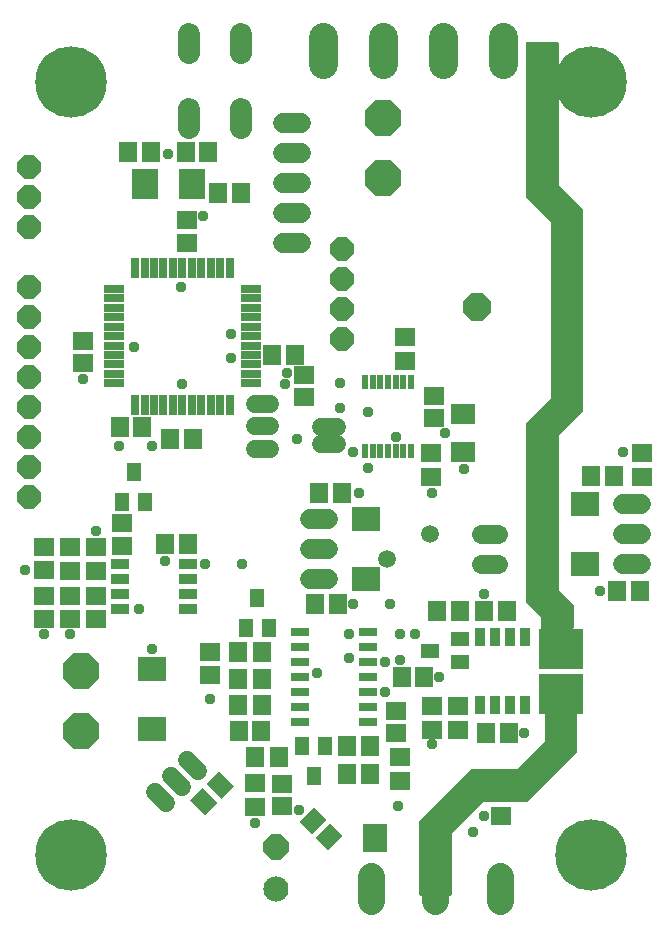
<source format=gbr>
G04 EAGLE Gerber X2 export*
%TF.Part,Single*%
%TF.FileFunction,Soldermask,Top,1*%
%TF.FilePolarity,Negative*%
%TF.GenerationSoftware,Autodesk,EAGLE,8.6.3*%
%TF.CreationDate,2019-07-12T15:56:27Z*%
G75*
%MOMM*%
%FSLAX34Y34*%
%LPD*%
%AMOC8*
5,1,8,0,0,1.08239X$1,22.5*%
G01*
%ADD10P,3.250634X8X22.500000*%
%ADD11C,2.451100*%
%ADD12C,2.387600*%
%ADD13P,2.584314X8X292.500000*%
%ADD14P,2.309387X8X112.500000*%
%ADD15C,2.133600*%
%ADD16R,1.503200X1.703200*%
%ADD17R,1.703200X1.503200*%
%ADD18C,1.511200*%
%ADD19R,2.006200X1.803200*%
%ADD20C,1.625600*%
%ADD21R,2.403200X2.003200*%
%ADD22R,1.603200X1.203200*%
%ADD23R,2.003200X2.403200*%
%ADD24R,1.203200X1.603200*%
%ADD25C,1.727200*%
%ADD26R,0.838200X1.625600*%
%ADD27R,0.508000X1.193800*%
%ADD28R,1.625600X0.838200*%
%ADD29R,2.203200X2.603200*%
%ADD30R,1.503200X1.803200*%
%ADD31R,1.803200X1.503200*%
%ADD32R,3.803200X3.453200*%
%ADD33C,2.298700*%
%ADD34C,1.879600*%
%ADD35R,0.703200X1.703200*%
%ADD36R,1.703200X0.703200*%
%ADD37R,1.603200X0.803200*%
%ADD38P,2.144431X8X202.500000*%
%ADD39C,6.045200*%
%ADD40C,0.959600*%
%ADD41C,1.503200*%

G36*
X484245Y251405D02*
X484245Y251405D01*
X484304Y251404D01*
X484385Y251425D01*
X484469Y251437D01*
X484522Y251461D01*
X484579Y251476D01*
X484651Y251519D01*
X484728Y251553D01*
X484773Y251591D01*
X484823Y251621D01*
X484881Y251683D01*
X484945Y251737D01*
X484978Y251786D01*
X485018Y251828D01*
X485056Y251903D01*
X485103Y251974D01*
X485121Y252029D01*
X485147Y252081D01*
X485159Y252149D01*
X485189Y252245D01*
X485191Y252344D01*
X485203Y252413D01*
X485203Y271463D01*
X485191Y271549D01*
X485188Y271637D01*
X485171Y271689D01*
X485163Y271744D01*
X485127Y271824D01*
X485100Y271907D01*
X485072Y271946D01*
X485047Y272003D01*
X484951Y272117D01*
X484905Y272180D01*
X472503Y284583D01*
X472503Y415505D01*
X492843Y435845D01*
X492895Y435914D01*
X492955Y435978D01*
X492981Y436028D01*
X493014Y436072D01*
X493045Y436154D01*
X493085Y436231D01*
X493093Y436279D01*
X493115Y436337D01*
X493127Y436485D01*
X493140Y436563D01*
X493140Y606425D01*
X493128Y606512D01*
X493125Y606599D01*
X493108Y606652D01*
X493100Y606707D01*
X493065Y606786D01*
X493038Y606870D01*
X493010Y606909D01*
X492984Y606966D01*
X492888Y607079D01*
X492843Y607143D01*
X472503Y627483D01*
X472503Y747713D01*
X472495Y747770D01*
X472496Y747829D01*
X472475Y747910D01*
X472463Y747994D01*
X472439Y748047D01*
X472424Y748104D01*
X472381Y748176D01*
X472347Y748253D01*
X472309Y748298D01*
X472279Y748348D01*
X472217Y748406D01*
X472163Y748470D01*
X472114Y748503D01*
X472072Y748543D01*
X471997Y748581D01*
X471926Y748628D01*
X471871Y748646D01*
X471819Y748672D01*
X471751Y748684D01*
X471655Y748714D01*
X471556Y748716D01*
X471488Y748728D01*
X446088Y748728D01*
X446030Y748720D01*
X445971Y748721D01*
X445890Y748700D01*
X445806Y748688D01*
X445753Y748664D01*
X445696Y748649D01*
X445624Y748606D01*
X445547Y748572D01*
X445502Y748534D01*
X445452Y748504D01*
X445394Y748442D01*
X445330Y748388D01*
X445297Y748339D01*
X445257Y748297D01*
X445219Y748222D01*
X445172Y748151D01*
X445154Y748096D01*
X445128Y748044D01*
X445116Y747976D01*
X445086Y747880D01*
X445084Y747781D01*
X445072Y747713D01*
X445072Y617538D01*
X445085Y617451D01*
X445087Y617363D01*
X445104Y617311D01*
X445112Y617256D01*
X445148Y617176D01*
X445175Y617093D01*
X445203Y617054D01*
X445228Y616997D01*
X445324Y616883D01*
X445370Y616820D01*
X465710Y596480D01*
X465710Y446508D01*
X445370Y426168D01*
X445317Y426098D01*
X445257Y426034D01*
X445232Y425985D01*
X445199Y425941D01*
X445168Y425859D01*
X445128Y425781D01*
X445120Y425734D01*
X445098Y425675D01*
X445085Y425527D01*
X445072Y425450D01*
X445072Y274638D01*
X445085Y274551D01*
X445087Y274463D01*
X445104Y274411D01*
X445112Y274356D01*
X445148Y274276D01*
X445175Y274193D01*
X445203Y274154D01*
X445228Y274097D01*
X445324Y273983D01*
X445370Y273920D01*
X457772Y261517D01*
X457772Y252413D01*
X457780Y252355D01*
X457779Y252296D01*
X457800Y252215D01*
X457812Y252131D01*
X457836Y252078D01*
X457851Y252021D01*
X457894Y251949D01*
X457928Y251872D01*
X457966Y251827D01*
X457996Y251777D01*
X458058Y251719D01*
X458112Y251655D01*
X458161Y251622D01*
X458203Y251582D01*
X458278Y251544D01*
X458349Y251497D01*
X458404Y251479D01*
X458456Y251453D01*
X458524Y251441D01*
X458620Y251411D01*
X458719Y251409D01*
X458788Y251397D01*
X484188Y251397D01*
X484245Y251405D01*
G37*
G36*
X381058Y25980D02*
X381058Y25980D01*
X381116Y25979D01*
X381198Y26000D01*
X381282Y26012D01*
X381335Y26036D01*
X381391Y26051D01*
X381464Y26094D01*
X381541Y26128D01*
X381586Y26166D01*
X381636Y26196D01*
X381694Y26258D01*
X381758Y26312D01*
X381790Y26361D01*
X381830Y26403D01*
X381869Y26478D01*
X381916Y26549D01*
X381933Y26604D01*
X381960Y26656D01*
X381971Y26724D01*
X382001Y26820D01*
X382004Y26919D01*
X382015Y26988D01*
X382015Y78955D01*
X408408Y105347D01*
X446088Y105347D01*
X446174Y105360D01*
X446262Y105362D01*
X446314Y105379D01*
X446369Y105387D01*
X446449Y105423D01*
X446532Y105450D01*
X446571Y105478D01*
X446628Y105503D01*
X446742Y105599D01*
X446805Y105645D01*
X488080Y146920D01*
X488133Y146989D01*
X488193Y147053D01*
X488218Y147103D01*
X488251Y147147D01*
X488282Y147229D01*
X488322Y147306D01*
X488330Y147354D01*
X488353Y147412D01*
X488365Y147560D01*
X488378Y147638D01*
X488378Y179388D01*
X488370Y179445D01*
X488371Y179504D01*
X488350Y179585D01*
X488338Y179669D01*
X488314Y179722D01*
X488299Y179779D01*
X488256Y179851D01*
X488222Y179928D01*
X488184Y179973D01*
X488154Y180023D01*
X488092Y180081D01*
X488038Y180145D01*
X487989Y180178D01*
X487947Y180218D01*
X487872Y180256D01*
X487801Y180303D01*
X487746Y180321D01*
X487694Y180347D01*
X487626Y180359D01*
X487530Y180389D01*
X487431Y180391D01*
X487363Y180403D01*
X461963Y180403D01*
X461905Y180395D01*
X461846Y180396D01*
X461765Y180375D01*
X461681Y180363D01*
X461628Y180339D01*
X461571Y180324D01*
X461499Y180281D01*
X461422Y180247D01*
X461377Y180209D01*
X461327Y180179D01*
X461269Y180117D01*
X461205Y180063D01*
X461172Y180014D01*
X461132Y179972D01*
X461094Y179897D01*
X461047Y179826D01*
X461029Y179771D01*
X461003Y179719D01*
X460991Y179651D01*
X460961Y179555D01*
X460959Y179456D01*
X460947Y179388D01*
X460947Y155996D01*
X437730Y132778D01*
X398463Y132778D01*
X398376Y132766D01*
X398288Y132763D01*
X398236Y132746D01*
X398181Y132738D01*
X398101Y132702D01*
X398018Y132675D01*
X397979Y132647D01*
X397922Y132622D01*
X397808Y132526D01*
X397745Y132480D01*
X354882Y89618D01*
X354870Y89602D01*
X354860Y89593D01*
X354831Y89550D01*
X354830Y89548D01*
X354770Y89484D01*
X354744Y89435D01*
X354711Y89391D01*
X354680Y89309D01*
X354640Y89231D01*
X354632Y89184D01*
X354610Y89125D01*
X354598Y88977D01*
X354585Y88900D01*
X354585Y26988D01*
X354593Y26930D01*
X354591Y26871D01*
X354613Y26790D01*
X354625Y26706D01*
X354649Y26653D01*
X354663Y26596D01*
X354706Y26524D01*
X354741Y26447D01*
X354779Y26402D01*
X354809Y26352D01*
X354870Y26294D01*
X354925Y26230D01*
X354973Y26197D01*
X355016Y26157D01*
X355091Y26119D01*
X355161Y26072D01*
X355217Y26054D01*
X355269Y26028D01*
X355337Y26016D01*
X355432Y25986D01*
X355532Y25984D01*
X355600Y25972D01*
X381000Y25972D01*
X381058Y25980D01*
G37*
D10*
X323850Y684213D03*
X323850Y633413D03*
D11*
X273050Y730123D02*
X273050Y752602D01*
X323850Y752602D02*
X323850Y730123D01*
X374650Y730123D02*
X374650Y752602D01*
X425450Y752602D02*
X425450Y730123D01*
D12*
X479425Y523875D03*
D13*
X403225Y523875D03*
D14*
X233363Y66993D03*
D15*
X233363Y31433D03*
D16*
X312738Y128588D03*
X293688Y128588D03*
D17*
X334963Y182563D03*
X334963Y163513D03*
D16*
X201613Y165100D03*
X220663Y165100D03*
X156766Y655241D03*
X175816Y655241D03*
X127397Y655241D03*
X108347Y655241D03*
X162719Y412750D03*
X143669Y412750D03*
D17*
X256778Y448072D03*
X256778Y467122D03*
D16*
X522288Y284163D03*
X541338Y284163D03*
D18*
X284749Y423028D02*
X271669Y423028D01*
X271669Y408028D02*
X284749Y408028D01*
D17*
X367109Y449263D03*
X367109Y430213D03*
D19*
X391716Y401638D03*
X391716Y433388D03*
D17*
X36513Y279400D03*
X36513Y260350D03*
D16*
X158750Y323850D03*
X139700Y323850D03*
D17*
X36513Y320675D03*
X36513Y301625D03*
X177800Y231775D03*
X177800Y212725D03*
X238125Y120650D03*
X238125Y101600D03*
D20*
X407226Y331788D02*
X421450Y331788D01*
X421450Y306388D02*
X407226Y306388D01*
D16*
X409575Y266700D03*
X428625Y266700D03*
D17*
X423863Y112713D03*
X423863Y93663D03*
D16*
X266700Y273050D03*
X285750Y273050D03*
X269875Y366713D03*
X288925Y366713D03*
X339725Y211138D03*
X358775Y211138D03*
G36*
X278905Y87151D02*
X289534Y76522D01*
X277491Y64479D01*
X266862Y75108D01*
X278905Y87151D01*
G37*
G36*
X265434Y100621D02*
X276063Y89992D01*
X264020Y77949D01*
X253391Y88578D01*
X265434Y100621D01*
G37*
D21*
X495300Y306288D03*
X495300Y357288D03*
D22*
X363538Y233363D03*
X388938Y242888D03*
X388938Y223838D03*
D21*
X309563Y293588D03*
X309563Y344588D03*
D23*
X368400Y74613D03*
X317400Y74613D03*
D21*
X128588Y166588D03*
X128588Y217588D03*
D24*
X265113Y127000D03*
X255588Y152400D03*
X274638Y152400D03*
D25*
X527368Y357188D02*
X542608Y357188D01*
X542608Y331788D02*
X527368Y331788D01*
X527368Y306388D02*
X542608Y306388D01*
D26*
X444500Y187325D03*
X431800Y187325D03*
X419100Y187325D03*
X406400Y187325D03*
X444500Y244475D03*
X431800Y244475D03*
X419100Y244475D03*
X406400Y244475D03*
D25*
X277495Y293688D02*
X262255Y293688D01*
X262255Y319088D02*
X277495Y319088D01*
X277495Y344488D02*
X262255Y344488D01*
D18*
X144601Y126862D02*
X153849Y117613D01*
X140379Y104143D02*
X131130Y113392D01*
X158071Y140332D02*
X167320Y131083D01*
X215313Y423466D02*
X228393Y423466D01*
X228393Y404416D02*
X215313Y404416D01*
X215313Y442516D02*
X228393Y442516D01*
D27*
X347716Y460581D03*
X341216Y460581D03*
X334716Y460581D03*
X328216Y460581D03*
X321716Y460581D03*
X315216Y460581D03*
X308716Y460581D03*
X308716Y402225D03*
X315216Y402225D03*
X321716Y402225D03*
X328216Y402225D03*
X334716Y402225D03*
X341216Y402225D03*
X347716Y402225D03*
D28*
X158750Y306388D03*
X158750Y293688D03*
X158750Y280988D03*
X158750Y268288D03*
X101600Y306388D03*
X101600Y293688D03*
X101600Y280988D03*
X101600Y268288D03*
D10*
X68263Y215900D03*
X68263Y165100D03*
D25*
X239633Y680244D02*
X254873Y680244D01*
X254873Y654844D02*
X239633Y654844D01*
X239633Y629444D02*
X254873Y629444D01*
X254873Y604044D02*
X239633Y604044D01*
X239633Y578644D02*
X254873Y578644D01*
D29*
X122081Y628253D03*
X162081Y628253D03*
D30*
X499588Y381000D03*
X519588Y381000D03*
D31*
X338138Y123350D03*
X338138Y143350D03*
D30*
X201138Y187325D03*
X221138Y187325D03*
X184072Y621109D03*
X204072Y621109D03*
D31*
X364331Y400525D03*
X364331Y380525D03*
X80963Y259875D03*
X80963Y279875D03*
X58738Y279875D03*
X58738Y259875D03*
X80963Y301150D03*
X80963Y321150D03*
X58738Y301150D03*
X58738Y321150D03*
D30*
X221138Y209550D03*
X201138Y209550D03*
X221138Y231775D03*
X201138Y231775D03*
D31*
X542925Y380525D03*
X542925Y400525D03*
D30*
X235425Y142875D03*
X215425Y142875D03*
D31*
X215900Y121125D03*
X215900Y101125D03*
D32*
X474663Y235150D03*
X474663Y196650D03*
D30*
X430688Y163513D03*
X410688Y163513D03*
X389413Y266700D03*
X369413Y266700D03*
X293213Y152400D03*
X313213Y152400D03*
G36*
X184005Y104581D02*
X173376Y93952D01*
X160627Y106701D01*
X171256Y117330D01*
X184005Y104581D01*
G37*
G36*
X198148Y118724D02*
X187519Y108095D01*
X174770Y120844D01*
X185399Y131473D01*
X198148Y118724D01*
G37*
D31*
X387350Y166213D03*
X387350Y186213D03*
X365125Y186213D03*
X365125Y166213D03*
D33*
X422910Y42228D02*
X422910Y21273D01*
X368300Y21273D02*
X368300Y42228D01*
X313690Y42228D02*
X313690Y21273D01*
D24*
X112713Y384175D03*
X122238Y358775D03*
X103188Y358775D03*
X217488Y277813D03*
X227013Y252413D03*
X207963Y252413D03*
D34*
X159544Y675434D02*
X159544Y692198D01*
X159544Y738934D02*
X159544Y755698D01*
X203994Y692198D02*
X203994Y675434D01*
X203994Y738934D02*
X203994Y755698D01*
D35*
X193988Y557666D03*
X185988Y557666D03*
X177988Y557666D03*
X169988Y557666D03*
X161988Y557666D03*
X153988Y557666D03*
X145988Y557666D03*
X137988Y557666D03*
X129988Y557666D03*
X121988Y557666D03*
X113988Y557666D03*
D36*
X95988Y539666D03*
X95988Y531666D03*
X95988Y523666D03*
X95988Y515666D03*
X95988Y507666D03*
X95988Y499666D03*
X95988Y491666D03*
X95988Y483666D03*
X95988Y475666D03*
X95988Y467666D03*
X95988Y459666D03*
D35*
X113988Y441666D03*
X121988Y441666D03*
X129988Y441666D03*
X137988Y441666D03*
X145988Y441666D03*
X153988Y441666D03*
X161988Y441666D03*
X169988Y441666D03*
X177988Y441666D03*
X185988Y441666D03*
X193988Y441666D03*
D36*
X211988Y459666D03*
X211988Y467666D03*
X211988Y475666D03*
X211988Y483666D03*
X211988Y491666D03*
X211988Y499666D03*
X211988Y507666D03*
X211988Y515666D03*
X211988Y523666D03*
X211988Y531666D03*
X211988Y539666D03*
D17*
X158353Y578644D03*
X158353Y597694D03*
X69850Y495697D03*
X69850Y476647D03*
D16*
X230188Y483791D03*
X249238Y483791D03*
X119856Y422275D03*
X100806Y422275D03*
D37*
X311575Y173038D03*
X311575Y185738D03*
X311575Y198438D03*
X311575Y211138D03*
X311575Y223838D03*
X311575Y236538D03*
X311575Y249238D03*
X253575Y249238D03*
X253575Y236538D03*
X253575Y223838D03*
X253575Y211138D03*
X253575Y198438D03*
X253575Y185738D03*
X253575Y173038D03*
D38*
X288925Y496888D03*
X288925Y522288D03*
X288925Y547688D03*
X288925Y573088D03*
D31*
X103188Y321788D03*
X103188Y341788D03*
D39*
X60000Y60000D03*
X60000Y715000D03*
X500000Y715000D03*
X500000Y60000D03*
D38*
X23813Y363538D03*
X23813Y388938D03*
X23813Y414338D03*
X23813Y439738D03*
X23813Y465138D03*
X23813Y490538D03*
X23813Y515938D03*
X23813Y541338D03*
X23813Y592138D03*
X23813Y617538D03*
X23813Y642938D03*
D31*
X342503Y498950D03*
X342503Y478950D03*
D40*
X338138Y247650D03*
X338138Y225425D03*
X173038Y306388D03*
X204788Y306388D03*
D41*
X327025Y311150D03*
X363538Y331788D03*
D40*
X152797Y541338D03*
X112713Y490538D03*
X153988Y458788D03*
X100013Y406400D03*
X128588Y406400D03*
X195263Y501650D03*
X242888Y468313D03*
X303213Y366713D03*
X298450Y401638D03*
X365125Y366713D03*
X334963Y414338D03*
X376238Y417513D03*
X139700Y309563D03*
X80963Y334963D03*
X20638Y301625D03*
X36513Y247650D03*
X58738Y247650D03*
X117475Y268288D03*
X128588Y234950D03*
X177800Y192088D03*
X268288Y214313D03*
X371475Y211138D03*
X365125Y153988D03*
X442913Y163513D03*
X409575Y280988D03*
X409575Y93663D03*
X252413Y98425D03*
X215900Y87313D03*
X171847Y601663D03*
X141684Y654050D03*
X508000Y284163D03*
X527050Y401638D03*
X298450Y273050D03*
X69850Y463550D03*
X392113Y387350D03*
X325438Y198438D03*
X350838Y247650D03*
X336550Y101600D03*
X400050Y79375D03*
X325438Y223838D03*
X330200Y273050D03*
X295275Y227013D03*
X295275Y247650D03*
X195263Y481013D03*
X241300Y458788D03*
X311150Y387747D03*
X311547Y434975D03*
X287734Y459978D03*
X287734Y438944D03*
X250825Y412750D03*
M02*

</source>
